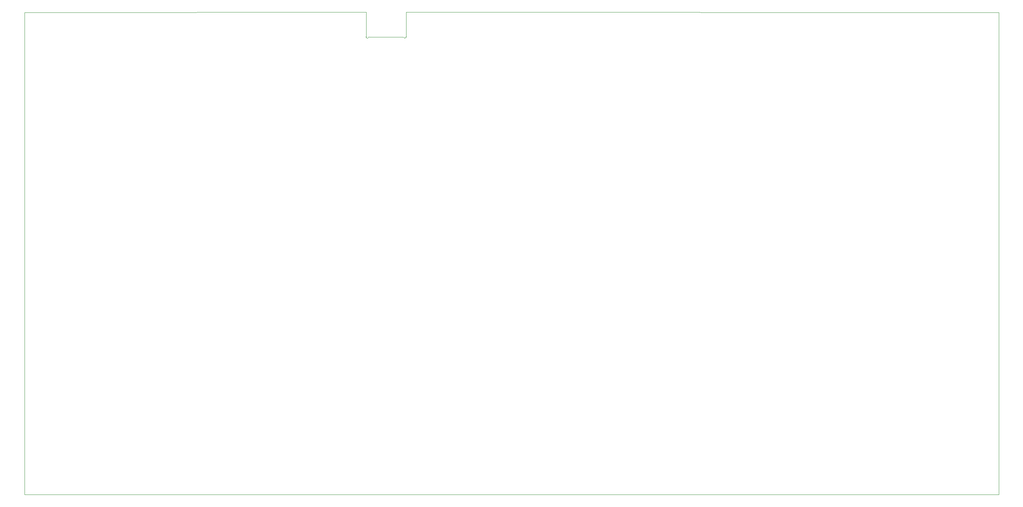
<source format=gm1>
%TF.GenerationSoftware,KiCad,Pcbnew,(6.0.1)*%
%TF.CreationDate,2022-05-08T14:53:20-04:00*%
%TF.ProjectId,InductorSchem,496e6475-6374-46f7-9253-6368656d2e6b,1*%
%TF.SameCoordinates,Original*%
%TF.FileFunction,Profile,NP*%
%FSLAX46Y46*%
G04 Gerber Fmt 4.6, Leading zero omitted, Abs format (unit mm)*
G04 Created by KiCad (PCBNEW (6.0.1)) date 2022-05-08 14:53:20*
%MOMM*%
%LPD*%
G01*
G04 APERTURE LIST*
%TA.AperFunction,Profile*%
%ADD10C,0.100000*%
%TD*%
G04 APERTURE END LIST*
D10*
X325000000Y-206600000D02*
X325000000Y-95100000D01*
X179550000Y-100782500D02*
X187450000Y-100782500D01*
X187530001Y-100862500D02*
G75*
G03*
X188120000Y-100782500I290053J76480D01*
G01*
X178880000Y-95082500D02*
X100000000Y-95100000D01*
X100000000Y-95100000D02*
X100000000Y-206600000D01*
X187530000Y-100862500D02*
G75*
G03*
X187450000Y-100782500I-79036J964D01*
G01*
X179550000Y-100782500D02*
G75*
G03*
X179470000Y-100862500I1134J-81134D01*
G01*
X178880000Y-95082500D02*
X178880000Y-100782500D01*
X188120000Y-95082500D02*
X188120000Y-100782500D01*
X100000000Y-206600000D02*
X325000000Y-206600000D01*
X178880000Y-100782500D02*
G75*
G03*
X179470000Y-100862500I296991J-25315D01*
G01*
X325000000Y-95100000D02*
X188120000Y-95082500D01*
M02*

</source>
